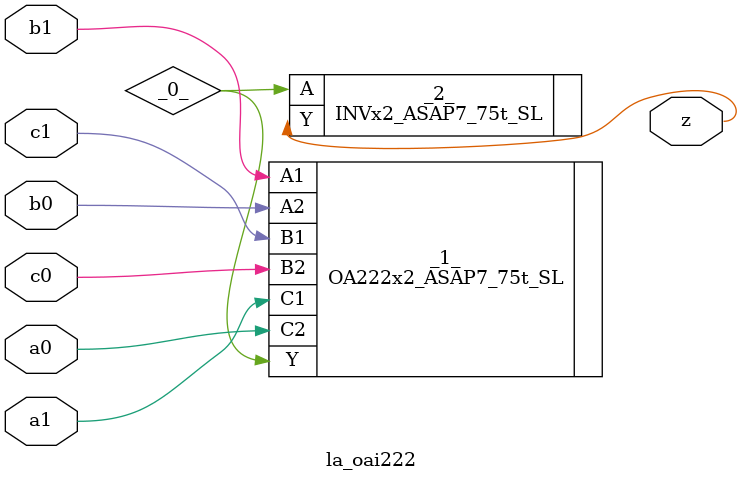
<source format=v>

/* Generated by Yosys 0.44 (git sha1 80ba43d26, g++ 11.4.0-1ubuntu1~22.04 -fPIC -O3) */

(* top =  1  *)
(* src = "inputs/la_oai222.v:10.1-24.10" *)
module la_oai222 (
    a0,
    a1,
    b0,
    b1,
    c0,
    c1,
    z
);
  wire _0_;
  (* src = "inputs/la_oai222.v:13.12-13.14" *)
  input a0;
  wire a0;
  (* src = "inputs/la_oai222.v:14.12-14.14" *)
  input a1;
  wire a1;
  (* src = "inputs/la_oai222.v:15.12-15.14" *)
  input b0;
  wire b0;
  (* src = "inputs/la_oai222.v:16.12-16.14" *)
  input b1;
  wire b1;
  (* src = "inputs/la_oai222.v:17.12-17.14" *)
  input c0;
  wire c0;
  (* src = "inputs/la_oai222.v:18.12-18.14" *)
  input c1;
  wire c1;
  (* src = "inputs/la_oai222.v:19.12-19.13" *)
  output z;
  wire z;
  OA222x2_ASAP7_75t_SL _1_ (
      .A1(b1),
      .A2(b0),
      .B1(c1),
      .B2(c0),
      .C1(a1),
      .C2(a0),
      .Y (_0_)
  );
  INVx2_ASAP7_75t_SL _2_ (
      .A(_0_),
      .Y(z)
  );
endmodule

</source>
